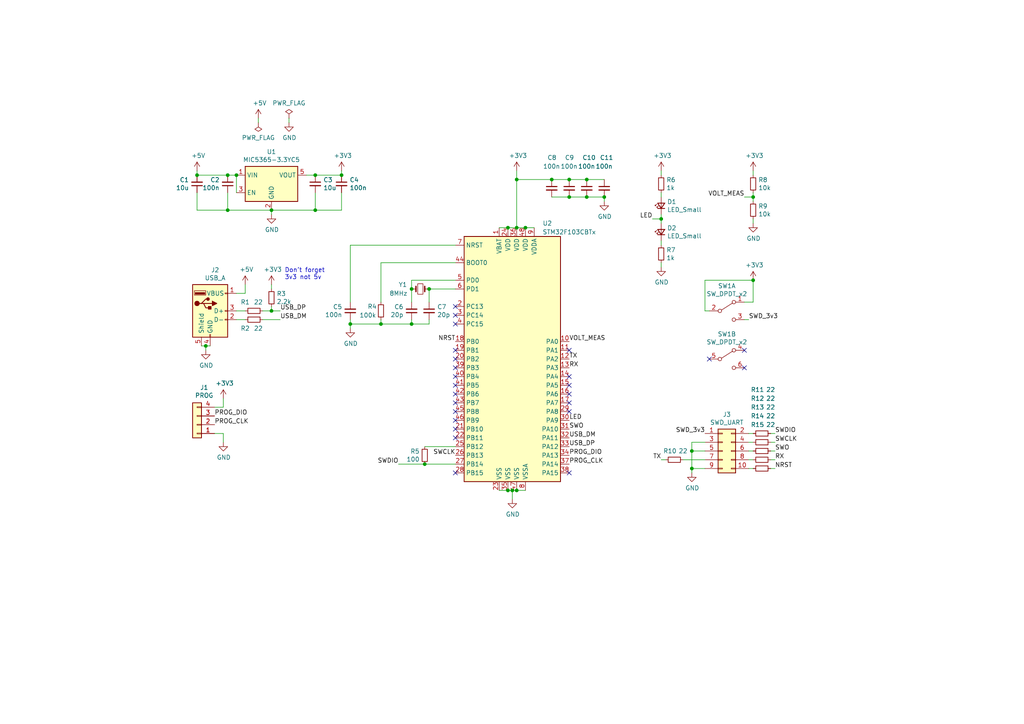
<source format=kicad_sch>
(kicad_sch (version 20211123) (generator eeschema)
  (paper "A4")
  (lib_symbols
    (symbol "Connector:USB_A" (pin_names (offset 1.016))
      (property "Reference" "J" (at -5.08 11.43 0))
      (property "Value" "USB_A" (at -5.08 8.89 0))
      (symbol "USB_A_0_1"
        (rectangle (start -5.08 -7.62) (end 5.08 7.62) (stroke (width 0.254)) (fill (type background)))
        (circle (center -3.81 2.159) (radius 0.635) (stroke (width 0.254)) (fill (type outline)))
        (rectangle (start -1.524 4.826) (end -4.318 5.334) (fill (type outline)))
        (rectangle (start -1.27 4.572) (end -4.572 5.842))
        (circle (center -0.635 3.429) (radius 0.381) (stroke (width 0.254)) (fill (type outline)))
        (rectangle (start -0.127 -7.62) (end 0.127 -6.858))
        (polyline (pts (xy -3.175 2.159) (xy -2.54 2.159) (xy -1.27 3.429) (xy -0.635 3.429)) (stroke (width 0.254)))
        (polyline (pts (xy -2.54 2.159) (xy -1.905 2.159) (xy -1.27 0.889) (xy 0 0.889)) (stroke (width 0.254)))
        (polyline (pts (xy 0.635 2.794) (xy 0.635 1.524) (xy 1.905 2.159) (xy 0.635 2.794)) (stroke (width 0.254)) (fill (type outline)))
        (rectangle (start 0.254 1.27) (end -0.508 0.508) (stroke (width 0.254)) (fill (type outline)))
        (rectangle (start 5.08 -2.667) (end 4.318 -2.413))
        (rectangle (start 5.08 -0.127) (end 4.318 0.127))
        (rectangle (start 5.08 4.953) (end 4.318 5.207))
      )
      (symbol "USB_A_1_1"
        (polyline (pts (xy -1.905 2.159) (xy 0.635 2.159)) (stroke (width 0.254)))
        (pin power_in line (at 7.62 5.08 180) (length 2.54) (name "VBUS") (number "1"))
        (pin bidirectional line (at 7.62 -2.54 180) (length 2.54) (name "D-") (number "2"))
        (pin bidirectional line (at 7.62 0 180) (length 2.54) (name "D+") (number "3"))
        (pin power_in line (at 0 -10.16 90) (length 2.54) (name "GND") (number "4"))
        (pin passive line (at -2.54 -10.16 90) (length 2.54) (name "Shield") (number "5"))
      )
    )
    (symbol "Connector_Generic:Conn_01x04" (pin_names (offset 1.016) hide)
      (property "Reference" "J" (at 0 5.08 0))
      (property "Value" "Conn_01x04" (at 0 -7.62 0))
      (symbol "Conn_01x04_1_1"
        (rectangle (start -1.27 -4.953) (end 0 -5.207) (stroke (width 0.1524)))
        (rectangle (start -1.27 -2.413) (end 0 -2.667) (stroke (width 0.1524)))
        (rectangle (start -1.27 0.127) (end 0 -0.127) (stroke (width 0.1524)))
        (rectangle (start -1.27 2.667) (end 0 2.413) (stroke (width 0.1524)))
        (rectangle (start -1.27 3.81) (end 1.27 -6.35) (stroke (width 0.254)) (fill (type background)))
        (pin passive line (at -5.08 2.54 0) (length 3.81) (name "Pin_1") (number "1"))
        (pin passive line (at -5.08 0 0) (length 3.81) (name "Pin_2") (number "2"))
        (pin passive line (at -5.08 -2.54 0) (length 3.81) (name "Pin_3") (number "3"))
        (pin passive line (at -5.08 -5.08 0) (length 3.81) (name "Pin_4") (number "4"))
      )
    )
    (symbol "Connector_Generic:Conn_02x05_Odd_Even" (pin_names (offset 1.016) hide)
      (property "Reference" "J" (at 1.27 7.62 0))
      (property "Value" "Conn_02x05_Odd_Even" (at 1.27 -7.62 0))
      (symbol "Conn_02x05_Odd_Even_1_1"
        (rectangle (start -1.27 -4.953) (end 0 -5.207) (stroke (width 0.1524)))
        (rectangle (start -1.27 -2.413) (end 0 -2.667) (stroke (width 0.1524)))
        (rectangle (start -1.27 0.127) (end 0 -0.127) (stroke (width 0.1524)))
        (rectangle (start -1.27 2.667) (end 0 2.413) (stroke (width 0.1524)))
        (rectangle (start -1.27 5.207) (end 0 4.953) (stroke (width 0.1524)))
        (rectangle (start -1.27 6.35) (end 3.81 -6.35) (stroke (width 0.254)) (fill (type background)))
        (rectangle (start 3.81 -4.953) (end 2.54 -5.207) (stroke (width 0.1524)))
        (rectangle (start 3.81 -2.413) (end 2.54 -2.667) (stroke (width 0.1524)))
        (rectangle (start 3.81 0.127) (end 2.54 -0.127) (stroke (width 0.1524)))
        (rectangle (start 3.81 2.667) (end 2.54 2.413) (stroke (width 0.1524)))
        (rectangle (start 3.81 5.207) (end 2.54 4.953) (stroke (width 0.1524)))
        (pin passive line (at -5.08 5.08 0) (length 3.81) (name "Pin_1") (number "1"))
        (pin passive line (at 7.62 -5.08 180) (length 3.81) (name "Pin_10") (number "10"))
        (pin passive line (at 7.62 5.08 180) (length 3.81) (name "Pin_2") (number "2"))
        (pin passive line (at -5.08 2.54 0) (length 3.81) (name "Pin_3") (number "3"))
        (pin passive line (at 7.62 2.54 180) (length 3.81) (name "Pin_4") (number "4"))
        (pin passive line (at -5.08 0 0) (length 3.81) (name "Pin_5") (number "5"))
        (pin passive line (at 7.62 0 180) (length 3.81) (name "Pin_6") (number "6"))
        (pin passive line (at -5.08 -2.54 0) (length 3.81) (name "Pin_7") (number "7"))
        (pin passive line (at 7.62 -2.54 180) (length 3.81) (name "Pin_8") (number "8"))
        (pin passive line (at -5.08 -5.08 0) (length 3.81) (name "Pin_9") (number "9"))
      )
    )
    (symbol "Device:C_Small" (pin_numbers hide) (pin_names (offset 0.254) hide)
      (property "Reference" "C" (at 0.254 1.778 0))
      (property "Value" "C_Small" (at 0.254 -2.032 0))
      (symbol "C_Small_0_1"
        (polyline (pts (xy -1.524 -0.508) (xy 1.524 -0.508)) (stroke (width 0.3302)))
        (polyline (pts (xy -1.524 0.508) (xy 1.524 0.508)) (stroke (width 0.3048)))
      )
      (symbol "C_Small_1_1"
        (pin passive line (at 0 2.54 270) (length 2.032) (name "~") (number "1"))
        (pin passive line (at 0 -2.54 90) (length 2.032) (name "~") (number "2"))
      )
    )
    (symbol "Device:Crystal_Small" (pin_numbers hide) (pin_names (offset 1.016) hide)
      (property "Reference" "Y" (at 0 2.54 0))
      (property "Value" "Crystal_Small" (at 0 -2.54 0))
      (symbol "Crystal_Small_0_1"
        (rectangle (start -0.762 -1.524) (end 0.762 1.524))
        (polyline (pts (xy -1.27 -0.762) (xy -1.27 0.762)) (stroke (width 0.381)))
        (polyline (pts (xy 1.27 -0.762) (xy 1.27 0.762)) (stroke (width 0.381)))
      )
      (symbol "Crystal_Small_1_1"
        (pin passive line (at -2.54 0 0) (length 1.27) (name "1") (number "1"))
        (pin passive line (at 2.54 0 180) (length 1.27) (name "2") (number "2"))
      )
    )
    (symbol "Device:LED_Small" (pin_numbers hide) (pin_names (offset 0.254) hide)
      (property "Reference" "D" (at -1.27 3.175 0))
      (property "Value" "LED_Small" (at -4.445 -2.54 0))
      (symbol "LED_Small_0_1"
        (polyline (pts (xy -0.762 -1.016) (xy -0.762 1.016)) (stroke (width 0.254)))
        (polyline (pts (xy 1.016 0) (xy -0.762 0)))
        (polyline (pts (xy 0.762 -1.016) (xy -0.762 0) (xy 0.762 1.016) (xy 0.762 -1.016)) (stroke (width 0.254)))
        (polyline (pts (xy 0 0.762) (xy -0.508 1.27) (xy -0.254 1.27) (xy -0.508 1.27) (xy -0.508 1.016)))
        (polyline (pts (xy 0.508 1.27) (xy 0 1.778) (xy 0.254 1.778) (xy 0 1.778) (xy 0 1.524)))
      )
      (symbol "LED_Small_1_1"
        (pin passive line (at -2.54 0 0) (length 1.778) (name "K") (number "1"))
        (pin passive line (at 2.54 0 180) (length 1.778) (name "A") (number "2"))
      )
    )
    (symbol "Device:R_Small" (pin_numbers hide) (pin_names (offset 0.254) hide)
      (property "Reference" "R" (at 0.762 0.508 0))
      (property "Value" "R_Small" (at 0.762 -1.016 0))
      (symbol "R_Small_0_1"
        (rectangle (start -0.762 1.778) (end 0.762 -1.778) (stroke (width 0.2032)))
      )
      (symbol "R_Small_1_1"
        (pin passive line (at 0 2.54 270) (length 0.762) (name "~") (number "1"))
        (pin passive line (at 0 -2.54 90) (length 0.762) (name "~") (number "2"))
      )
    )
    (symbol "MCU_ST_STM32F1:STM32F103CBTx"
      (property "Reference" "U" (at -15.24 36.83 0))
      (property "Value" "STM32F103CBTx" (at 7.62 36.83 0))
      (symbol "STM32F103CBTx_0_1"
        (rectangle (start -15.24 -35.56) (end 12.7 35.56) (stroke (width 0.254)) (fill (type background)))
      )
      (symbol "STM32F103CBTx_1_1"
        (pin power_in line (at -5.08 38.1 270) (length 2.54) (name "VBAT") (number "1"))
        (pin bidirectional line (at 15.24 5.08 180) (length 2.54) (name "PA0") (number "10"))
        (pin bidirectional line (at 15.24 2.54 180) (length 2.54) (name "PA1") (number "11"))
        (pin bidirectional line (at 15.24 0 180) (length 2.54) (name "PA2") (number "12"))
        (pin bidirectional line (at 15.24 -2.54 180) (length 2.54) (name "PA3") (number "13"))
        (pin bidirectional line (at 15.24 -5.08 180) (length 2.54) (name "PA4") (number "14"))
        (pin bidirectional line (at 15.24 -7.62 180) (length 2.54) (name "PA5") (number "15"))
        (pin bidirectional line (at 15.24 -10.16 180) (length 2.54) (name "PA6") (number "16"))
        (pin bidirectional line (at 15.24 -12.7 180) (length 2.54) (name "PA7") (number "17"))
        (pin bidirectional line (at -17.78 5.08 0) (length 2.54) (name "PB0") (number "18"))
        (pin bidirectional line (at -17.78 2.54 0) (length 2.54) (name "PB1") (number "19"))
        (pin bidirectional line (at -17.78 15.24 0) (length 2.54) (name "PC13") (number "2"))
        (pin bidirectional line (at -17.78 0 0) (length 2.54) (name "PB2") (number "20"))
        (pin bidirectional line (at -17.78 -20.32 0) (length 2.54) (name "PB10") (number "21"))
        (pin bidirectional line (at -17.78 -22.86 0) (length 2.54) (name "PB11") (number "22"))
        (pin power_in line (at -5.08 -38.1 90) (length 2.54) (name "VSS") (number "23"))
        (pin power_in line (at -2.54 38.1 270) (length 2.54) (name "VDD") (number "24"))
        (pin bidirectional line (at -17.78 -25.4 0) (length 2.54) (name "PB12") (number "25"))
        (pin bidirectional line (at -17.78 -27.94 0) (length 2.54) (name "PB13") (number "26"))
        (pin bidirectional line (at -17.78 -30.48 0) (length 2.54) (name "PB14") (number "27"))
        (pin bidirectional line (at -17.78 -33.02 0) (length 2.54) (name "PB15") (number "28"))
        (pin bidirectional line (at 15.24 -15.24 180) (length 2.54) (name "PA8") (number "29"))
        (pin bidirectional line (at -17.78 12.7 0) (length 2.54) (name "PC14") (number "3"))
        (pin bidirectional line (at 15.24 -17.78 180) (length 2.54) (name "PA9") (number "30"))
        (pin bidirectional line (at 15.24 -20.32 180) (length 2.54) (name "PA10") (number "31"))
        (pin bidirectional line (at 15.24 -22.86 180) (length 2.54) (name "PA11") (number "32"))
        (pin bidirectional line (at 15.24 -25.4 180) (length 2.54) (name "PA12") (number "33"))
        (pin bidirectional line (at 15.24 -27.94 180) (length 2.54) (name "PA13") (number "34"))
        (pin power_in line (at -2.54 -38.1 90) (length 2.54) (name "VSS") (number "35"))
        (pin power_in line (at 0 38.1 270) (length 2.54) (name "VDD") (number "36"))
        (pin bidirectional line (at 15.24 -30.48 180) (length 2.54) (name "PA14") (number "37"))
        (pin bidirectional line (at 15.24 -33.02 180) (length 2.54) (name "PA15") (number "38"))
        (pin bidirectional line (at -17.78 -2.54 0) (length 2.54) (name "PB3") (number "39"))
        (pin bidirectional line (at -17.78 10.16 0) (length 2.54) (name "PC15") (number "4"))
        (pin bidirectional line (at -17.78 -5.08 0) (length 2.54) (name "PB4") (number "40"))
        (pin bidirectional line (at -17.78 -7.62 0) (length 2.54) (name "PB5") (number "41"))
        (pin bidirectional line (at -17.78 -10.16 0) (length 2.54) (name "PB6") (number "42"))
        (pin bidirectional line (at -17.78 -12.7 0) (length 2.54) (name "PB7") (number "43"))
        (pin input line (at -17.78 27.94 0) (length 2.54) (name "BOOT0") (number "44"))
        (pin bidirectional line (at -17.78 -15.24 0) (length 2.54) (name "PB8") (number "45"))
        (pin bidirectional line (at -17.78 -17.78 0) (length 2.54) (name "PB9") (number "46"))
        (pin power_in line (at 0 -38.1 90) (length 2.54) (name "VSS") (number "47"))
        (pin power_in line (at 2.54 38.1 270) (length 2.54) (name "VDD") (number "48"))
        (pin input line (at -17.78 22.86 0) (length 2.54) (name "PD0") (number "5"))
        (pin input line (at -17.78 20.32 0) (length 2.54) (name "PD1") (number "6"))
        (pin input line (at -17.78 33.02 0) (length 2.54) (name "NRST") (number "7"))
        (pin power_in line (at 2.54 -38.1 90) (length 2.54) (name "VSSA") (number "8"))
        (pin power_in line (at 5.08 38.1 270) (length 2.54) (name "VDDA") (number "9"))
      )
    )
    (symbol "Regulator_Linear:MIC5365-3.3YC5"
      (property "Reference" "U" (at -6.35 6.35 0))
      (property "Value" "MIC5365-3.3YC5" (at 0 6.35 0))
      (symbol "MIC5365-3.3YC5_0_1"
        (rectangle (start -7.62 -5.08) (end 7.62 5.08) (stroke (width 0.254)) (fill (type background)))
      )
      (symbol "MIC5365-3.3YC5_1_1"
        (pin power_in line (at -10.16 2.54 0) (length 2.54) (name "VIN") (number "1"))
        (pin power_in line (at 0 -7.62 90) (length 2.54) (name "GND") (number "2"))
        (pin input line (at -10.16 -2.54 0) (length 2.54) (name "EN") (number "3"))
        (pin no_connect line (at 7.62 -2.54 180) (length 2.54) hide (name "NC") (number "4"))
        (pin power_out line (at 10.16 2.54 180) (length 2.54) (name "VOUT") (number "5"))
      )
    )
    (symbol "Switch:SW_DPDT_x2" (pin_names (offset 0) hide)
      (property "Reference" "SW" (at 0 4.318 0))
      (property "Value" "SW_DPDT_x2" (at 0 -5.08 0))
      (symbol "SW_DPDT_x2_0_0"
        (circle (center -2.032 0) (radius 0.508))
        (circle (center 2.032 -2.54) (radius 0.508))
      )
      (symbol "SW_DPDT_x2_0_1"
        (polyline (pts (xy -1.524 0.254) (xy 1.651 2.286)))
        (circle (center 2.032 2.54) (radius 0.508))
      )
      (symbol "SW_DPDT_x2_1_1"
        (pin passive line (at 5.08 2.54 180) (length 2.54) (name "A") (number "1"))
        (pin passive line (at -5.08 0 0) (length 2.54) (name "B") (number "2"))
        (pin passive line (at 5.08 -2.54 180) (length 2.54) (name "C") (number "3"))
      )
      (symbol "SW_DPDT_x2_2_1"
        (pin passive line (at 5.08 2.54 180) (length 2.54) (name "A") (number "4"))
        (pin passive line (at -5.08 0 0) (length 2.54) (name "B") (number "5"))
        (pin passive line (at 5.08 -2.54 180) (length 2.54) (name "C") (number "6"))
      )
    )
    (symbol "power:+3V3" (power) (pin_names (offset 0))
      (property "Value" "+3V3" (at 0 3.556 0))
      (symbol "+3V3_0_1"
        (polyline (pts (xy -0.762 1.27) (xy 0 2.54)))
        (polyline (pts (xy 0 0) (xy 0 2.54)))
        (polyline (pts (xy 0 2.54) (xy 0.762 1.27)))
      )
      (symbol "+3V3_1_1"
        (pin power_in line (at 0 0 90) (length 0) hide (name "+3V3") (number "1"))
      )
    )
    (symbol "power:+5V" (power) (pin_names (offset 0))
      (property "Value" "+5V" (at 0 3.556 0))
      (symbol "+5V_0_1"
        (polyline (pts (xy -0.762 1.27) (xy 0 2.54)))
        (polyline (pts (xy 0 0) (xy 0 2.54)))
        (polyline (pts (xy 0 2.54) (xy 0.762 1.27)))
      )
      (symbol "+5V_1_1"
        (pin power_in line (at 0 0 90) (length 0) hide (name "+5V") (number "1"))
      )
    )
    (symbol "power:GND" (power) (pin_names (offset 0))
      (property "Value" "GND" (at 0 -3.81 0))
      (symbol "GND_0_1"
        (polyline (pts (xy 0 0) (xy 0 -1.27) (xy 1.27 -1.27) (xy 0 -2.54) (xy -1.27 -1.27) (xy 0 -1.27)))
      )
      (symbol "GND_1_1"
        (pin power_in line (at 0 0 270) (length 0) hide (name "GND") (number "1"))
      )
    )
    (symbol "power:PWR_FLAG" (power) (pin_numbers hide) (pin_names (offset 0) hide)
      (property "Value" "PWR_FLAG" (at 0 3.81 0))
      (symbol "PWR_FLAG_0_0"
        (pin power_out line (at 0 0 90) (length 0) (name "pwr") (number "1"))
      )
      (symbol "PWR_FLAG_0_1"
        (polyline (pts (xy 0 0) (xy 0 1.27) (xy -1.016 1.905) (xy 0 2.54) (xy 1.016 1.905) (xy 0 1.27)))
      )
    )
  )
  (junction (at 78.74 90.17))
  (junction (at 149.86 142.24))
  (junction (at 200.66 135.89))
  (junction (at 191.77 63.5))
  (junction (at 149.86 52.07))
  (junction (at 175.26 57.15))
  (junction (at 149.86 66.04))
  (junction (at 68.58 50.8))
  (junction (at 101.6 93.98))
  (junction (at 66.04 60.96))
  (junction (at 78.74 60.96))
  (junction (at 160.02 52.07))
  (junction (at 218.44 81.28))
  (junction (at 147.32 142.24))
  (junction (at 110.49 93.98))
  (junction (at 147.32 66.04))
  (junction (at 99.06 50.8))
  (junction (at 218.44 57.15))
  (junction (at 170.18 57.15))
  (junction (at 66.04 50.8))
  (junction (at 119.38 83.82))
  (junction (at 165.1 52.07))
  (junction (at 123.19 134.62))
  (junction (at 119.38 93.98))
  (junction (at 170.18 52.07))
  (junction (at 59.69 100.33))
  (junction (at 148.59 142.24))
  (junction (at 124.46 83.82))
  (junction (at 200.66 130.81))
  (junction (at 152.4 66.04))
  (junction (at 91.44 50.8))
  (junction (at 91.44 60.96))
  (junction (at 165.1 57.15))
  (junction (at 57.15 50.8))
  (no_connect (at 132.08 93.98))
  (no_connect (at 132.08 101.6))
  (no_connect (at 132.08 116.84))
  (no_connect (at 165.1 111.76))
  (no_connect (at 132.08 109.22))
  (no_connect (at 165.1 114.3))
  (no_connect (at 165.1 137.16))
  (no_connect (at 132.08 121.92))
  (no_connect (at 132.08 91.44))
  (no_connect (at 132.08 119.38))
  (no_connect (at 132.08 88.9))
  (no_connect (at 215.9 101.6))
  (no_connect (at 132.08 114.3))
  (no_connect (at 132.08 124.46))
  (no_connect (at 132.08 111.76))
  (no_connect (at 132.08 104.14))
  (no_connect (at 132.08 106.68))
  (no_connect (at 165.1 116.84))
  (no_connect (at 165.1 109.22))
  (no_connect (at 132.08 127))
  (no_connect (at 205.74 104.14))
  (no_connect (at 165.1 119.38))
  (no_connect (at 215.9 106.68))
  (no_connect (at 132.08 137.16))
  (no_connect (at 165.1 101.6))
  (wire (pts (xy 144.78 142.24) (xy 147.32 142.24)))
  (wire (pts (xy 132.08 71.12) (xy 101.6 71.12)))
  (wire (pts (xy 200.66 130.81) (xy 204.47 130.81)))
  (wire (pts (xy 132.08 134.62) (xy 123.19 134.62)))
  (wire (pts (xy 149.86 66.04) (xy 152.4 66.04)))
  (wire (pts (xy 101.6 92.71) (xy 101.6 93.98)))
  (wire (pts (xy 191.77 133.35) (xy 193.04 133.35)))
  (wire (pts (xy 66.04 60.96) (xy 78.74 60.96)))
  (wire (pts (xy 57.15 49.53) (xy 57.15 50.8)))
  (wire (pts (xy 74.93 34.29) (xy 74.93 35.56)))
  (wire (pts (xy 110.49 93.98) (xy 119.38 93.98)))
  (wire (pts (xy 78.74 60.96) (xy 91.44 60.96)))
  (wire (pts (xy 124.46 83.82) (xy 124.46 87.63)))
  (wire (pts (xy 119.38 93.98) (xy 124.46 93.98)))
  (wire (pts (xy 191.77 62.23) (xy 191.77 63.5)))
  (wire (pts (xy 101.6 71.12) (xy 101.6 87.63)))
  (wire (pts (xy 64.77 118.11) (xy 64.77 115.57)))
  (wire (pts (xy 204.47 81.28) (xy 218.44 81.28)))
  (wire (pts (xy 223.52 135.89) (xy 224.79 135.89)))
  (wire (pts (xy 78.74 88.9) (xy 78.74 90.17)))
  (wire (pts (xy 217.17 130.81) (xy 218.44 130.81)))
  (wire (pts (xy 110.49 92.71) (xy 110.49 93.98)))
  (wire (pts (xy 99.06 49.53) (xy 99.06 50.8)))
  (wire (pts (xy 132.08 81.28) (xy 119.38 81.28)))
  (wire (pts (xy 200.66 128.27) (xy 200.66 130.81)))
  (wire (pts (xy 175.26 52.07) (xy 170.18 52.07)))
  (wire (pts (xy 64.77 125.73) (xy 64.77 128.27)))
  (wire (pts (xy 148.59 144.78) (xy 148.59 142.24)))
  (wire (pts (xy 218.44 81.28) (xy 218.44 87.63)))
  (wire (pts (xy 58.42 100.33) (xy 59.69 100.33)))
  (wire (pts (xy 91.44 55.88) (xy 91.44 60.96)))
  (wire (pts (xy 149.86 52.07) (xy 149.86 66.04)))
  (wire (pts (xy 191.77 49.53) (xy 191.77 50.8)))
  (wire (pts (xy 68.58 55.88) (xy 68.58 50.8)))
  (wire (pts (xy 189.23 63.5) (xy 191.77 63.5)))
  (wire (pts (xy 110.49 76.2) (xy 110.49 87.63)))
  (wire (pts (xy 175.26 58.42) (xy 175.26 57.15)))
  (wire (pts (xy 165.1 57.15) (xy 170.18 57.15)))
  (wire (pts (xy 170.18 52.07) (xy 165.1 52.07)))
  (wire (pts (xy 124.46 93.98) (xy 124.46 92.71)))
  (wire (pts (xy 223.52 125.73) (xy 224.79 125.73)))
  (wire (pts (xy 91.44 50.8) (xy 99.06 50.8)))
  (wire (pts (xy 132.08 83.82) (xy 124.46 83.82)))
  (wire (pts (xy 218.44 57.15) (xy 218.44 55.88)))
  (wire (pts (xy 57.15 60.96) (xy 66.04 60.96)))
  (wire (pts (xy 62.23 118.11) (xy 64.77 118.11)))
  (wire (pts (xy 191.77 63.5) (xy 191.77 64.77)))
  (wire (pts (xy 78.74 62.23) (xy 78.74 60.96)))
  (wire (pts (xy 57.15 55.88) (xy 57.15 60.96)))
  (wire (pts (xy 218.44 63.5) (xy 218.44 64.77)))
  (wire (pts (xy 191.77 76.2) (xy 191.77 77.47)))
  (wire (pts (xy 119.38 81.28) (xy 119.38 83.82)))
  (wire (pts (xy 217.17 135.89) (xy 218.44 135.89)))
  (wire (pts (xy 191.77 55.88) (xy 191.77 57.15)))
  (wire (pts (xy 204.47 90.17) (xy 204.47 81.28)))
  (wire (pts (xy 165.1 52.07) (xy 160.02 52.07)))
  (wire (pts (xy 66.04 55.88) (xy 66.04 60.96)))
  (wire (pts (xy 223.52 130.81) (xy 224.79 130.81)))
  (wire (pts (xy 115.57 134.62) (xy 123.19 134.62)))
  (wire (pts (xy 132.08 76.2) (xy 110.49 76.2)))
  (wire (pts (xy 218.44 87.63) (xy 215.9 87.63)))
  (wire (pts (xy 204.47 128.27) (xy 200.66 128.27)))
  (wire (pts (xy 217.17 125.73) (xy 218.44 125.73)))
  (wire (pts (xy 62.23 125.73) (xy 64.77 125.73)))
  (wire (pts (xy 144.78 66.04) (xy 147.32 66.04)))
  (wire (pts (xy 218.44 50.8) (xy 218.44 49.53)))
  (wire (pts (xy 119.38 83.82) (xy 119.38 87.63)))
  (wire (pts (xy 160.02 52.07) (xy 149.86 52.07)))
  (wire (pts (xy 78.74 82.55) (xy 78.74 83.82)))
  (wire (pts (xy 148.59 142.24) (xy 149.86 142.24)))
  (wire (pts (xy 101.6 95.25) (xy 101.6 93.98)))
  (wire (pts (xy 200.66 135.89) (xy 200.66 130.81)))
  (wire (pts (xy 223.52 133.35) (xy 224.79 133.35)))
  (wire (pts (xy 152.4 66.04) (xy 154.94 66.04)))
  (wire (pts (xy 217.17 128.27) (xy 218.44 128.27)))
  (wire (pts (xy 66.04 50.8) (xy 57.15 50.8)))
  (wire (pts (xy 215.9 92.71) (xy 217.17 92.71)))
  (wire (pts (xy 205.74 90.17) (xy 204.47 90.17)))
  (wire (pts (xy 68.58 50.8) (xy 66.04 50.8)))
  (wire (pts (xy 71.12 90.17) (xy 68.58 90.17)))
  (wire (pts (xy 198.12 133.35) (xy 204.47 133.35)))
  (wire (pts (xy 99.06 60.96) (xy 99.06 55.88)))
  (wire (pts (xy 218.44 58.42) (xy 218.44 57.15)))
  (wire (pts (xy 147.32 142.24) (xy 148.59 142.24)))
  (wire (pts (xy 88.9 50.8) (xy 91.44 50.8)))
  (wire (pts (xy 218.44 133.35) (xy 217.17 133.35)))
  (wire (pts (xy 215.9 57.15) (xy 218.44 57.15)))
  (wire (pts (xy 160.02 57.15) (xy 165.1 57.15)))
  (wire (pts (xy 68.58 85.09) (xy 71.12 85.09)))
  (wire (pts (xy 71.12 85.09) (xy 71.12 82.55)))
  (wire (pts (xy 204.47 135.89) (xy 200.66 135.89)))
  (wire (pts (xy 149.86 49.53) (xy 149.86 52.07)))
  (wire (pts (xy 76.2 92.71) (xy 81.28 92.71)))
  (wire (pts (xy 68.58 92.71) (xy 71.12 92.71)))
  (wire (pts (xy 123.19 129.54) (xy 132.08 129.54)))
  (wire (pts (xy 101.6 93.98) (xy 110.49 93.98)))
  (wire (pts (xy 191.77 69.85) (xy 191.77 71.12)))
  (wire (pts (xy 59.69 101.6) (xy 59.69 100.33)))
  (wire (pts (xy 83.82 34.29) (xy 83.82 35.56)))
  (wire (pts (xy 149.86 142.24) (xy 152.4 142.24)))
  (wire (pts (xy 59.69 100.33) (xy 60.96 100.33)))
  (wire (pts (xy 147.32 66.04) (xy 149.86 66.04)))
  (wire (pts (xy 223.52 128.27) (xy 224.79 128.27)))
  (wire (pts (xy 170.18 57.15) (xy 175.26 57.15)))
  (wire (pts (xy 78.74 90.17) (xy 81.28 90.17)))
  (wire (pts (xy 200.66 137.16) (xy 200.66 135.89)))
  (wire (pts (xy 76.2 90.17) (xy 78.74 90.17)))
  (wire (pts (xy 119.38 92.71) (xy 119.38 93.98)))
  (wire (pts (xy 91.44 60.96) (xy 99.06 60.96)))
  (text "Don’t forget \n3v3 not 5v" (at 82.55 81.28 0) (effects (font (size 1.27 1.27)) (justify left bottom)))
  (label "SWCLK" (at 132.08 132.08 180))
  (label "USB_DM" (at 81.28 92.71 0))
  (label "SWDIO" (at 224.79 125.73 0))
  (label "TX" (at 191.77 133.35 180))
  (label "SWD_3v3" (at 204.47 125.73 180))
  (label "PROG_DIO" (at 165.1 132.08 0))
  (label "PROG_DIO" (at 62.23 120.65 0))
  (label "SWD_3v3" (at 217.17 92.71 0))
  (label "USB_DM" (at 165.1 127 0))
  (label "LED" (at 165.1 121.92 0))
  (label "USB_DP" (at 81.28 90.17 0))
  (label "SWO" (at 165.1 124.46 0))
  (label "NRST" (at 224.79 135.89 0))
  (label "SWO" (at 224.79 130.81 0))
  (label "USB_DP" (at 165.1 129.54 0))
  (label "TX" (at 165.1 104.14 0))
  (label "SWCLK" (at 224.79 128.27 0))
  (label "VOLT_MEAS" (at 165.1 99.06 0))
  (label "PROG_CLK" (at 62.23 123.19 0))
  (label "RX" (at 165.1 106.68 0))
  (label "NRST" (at 132.08 99.06 180))
  (label "SWDIO" (at 115.57 134.62 180))
  (label "LED" (at 189.23 63.5 180))
  (label "VOLT_MEAS" (at 215.9 57.15 180))
  (label "PROG_CLK" (at 165.1 134.62 0))
  (label "RX" (at 224.79 133.35 0))
  (symbol (lib_id "MCU_ST_STM32F1:STM32F103CBTx") (at 149.86 104.14 0) (unit 1)
    (property "Reference" "U2" (at 158.75 64.77 0))
    (property "Value" "STM32F103CBTx" (at 165.1 67.31 0))
    (property "Footprint" "Package_QFP:LQFP-48_7x7mm_P0.5mm" (effects hide))
    (property "Datasheet" "http://www.st.com/st-web-ui/static/active/en/resource/technical/document/datasheet/CD00161566.pdf" (effects hide))
  )
  (symbol (lib_id "Device:R_Small") (at 220.98 125.73 270) (unit 1)
    (property "Reference" "R11" (at 219.71 113.03 90))
    (property "Value" "22" (at 223.52 113.03 90))
    (property "Footprint" "Resistor_SMD:R_0603_1608Metric" (effects hide))
  )
  (symbol (lib_id "Device:R_Small") (at 195.58 133.35 270) (unit 1)
    (property "Reference" "R10" (at 194.31 130.81 90))
    (property "Value" "22" (at 198.12 130.81 90))
    (property "Footprint" "Resistor_SMD:R_0603_1608Metric" (effects hide))
  )
  (symbol (lib_id "Device:R_Small") (at 220.98 128.27 270) (unit 1)
    (property "Reference" "R12" (at 219.71 115.57 90))
    (property "Value" "22" (at 223.52 115.57 90))
    (property "Footprint" "Resistor_SMD:R_0603_1608Metric" (effects hide))
  )
  (symbol (lib_id "Device:R_Small") (at 220.98 130.81 270) (unit 1)
    (property "Reference" "R13" (at 219.71 118.11 90))
    (property "Value" "22" (at 223.52 118.11 90))
    (property "Footprint" "Resistor_SMD:R_0603_1608Metric" (effects hide))
  )
  (symbol (lib_id "Device:R_Small") (at 220.98 133.35 270) (unit 1)
    (property "Reference" "R14" (at 219.71 120.65 90))
    (property "Value" "22" (at 223.52 120.65 90))
    (property "Footprint" "Resistor_SMD:R_0603_1608Metric" (effects hide))
  )
  (symbol (lib_id "Device:R_Small") (at 220.98 135.89 270) (unit 1)
    (property "Reference" "R15" (at 219.71 123.19 90))
    (property "Value" "22" (at 223.52 123.19 90))
    (property "Footprint" "Resistor_SMD:R_0603_1608Metric" (effects hide))
  )
  (symbol (lib_id "power:GND") (at 148.59 144.78 0) (unit 1)
    (property "Reference" "#PWR0101" (effects hide))
    (property "Value" "GND" (at 148.717 149.1742 0))
  )
  (symbol (lib_id "power:+3V3") (at 149.86 49.53 0) (unit 1)
    (property "Reference" "#PWR0102" (effects hide))
    (property "Value" "+3V3" (at 150.241 45.1358 0))
  )
  (symbol (lib_id "Device:C_Small") (at 160.02 54.61 0) (unit 1)
    (property "Reference" "C8" (at 158.75 45.72 0) (effects (justify left)))
    (property "Value" "100n" (at 157.48 48.26 0) (effects (justify left)))
    (property "Footprint" "Capacitor_SMD:C_0603_1608Metric" (effects hide))
  )
  (symbol (lib_id "Device:C_Small") (at 165.1 54.61 0) (unit 1)
    (property "Reference" "C9" (at 163.83 45.72 0) (effects (justify left)))
    (property "Value" "100n" (at 162.56 48.26 0) (effects (justify left)))
    (property "Footprint" "Capacitor_SMD:C_0603_1608Metric" (effects hide))
  )
  (symbol (lib_id "Device:C_Small") (at 170.18 54.61 0) (unit 1)
    (property "Reference" "C10" (at 168.91 45.72 0) (effects (justify left)))
    (property "Value" "100n" (at 167.64 48.26 0) (effects (justify left)))
    (property "Footprint" "Capacitor_SMD:C_0603_1608Metric" (effects hide))
  )
  (symbol (lib_id "Device:C_Small") (at 175.26 54.61 0) (unit 1)
    (property "Reference" "C11" (at 173.99 45.72 0) (effects (justify left)))
    (property "Value" "100n" (at 172.72 48.26 0) (effects (justify left)))
    (property "Footprint" "Capacitor_SMD:C_0603_1608Metric" (effects hide))
  )
  (symbol (lib_id "power:GND") (at 175.26 58.42 0) (unit 1)
    (property "Reference" "#PWR0103" (effects hide))
    (property "Value" "GND" (at 175.387 62.8142 0))
  )
  (symbol (lib_id "Device:R_Small") (at 110.49 90.17 0) (unit 1)
    (property "Reference" "R4" (at 107.95 88.9 0))
    (property "Value" "100k" (at 106.68 91.44 0))
    (property "Footprint" "Resistor_SMD:R_0603_1608Metric" (effects hide))
  )
  (symbol (lib_id "Device:C_Small") (at 101.6 90.17 0) (mirror x) (unit 1)
    (property "Reference" "C5" (at 99.2632 89.0016 0) (effects (justify right)))
    (property "Value" "100n" (at 99.2632 91.313 0) (effects (justify right)))
    (property "Footprint" "Capacitor_SMD:C_0603_1608Metric" (effects hide))
  )
  (symbol (lib_id "power:+3V3") (at 78.74 82.55 0) (unit 1)
    (property "Reference" "#PWR?" (effects hide))
    (property "Value" "+3V3" (at 79.121 78.1558 0))
  )
  (symbol (lib_id "Device:C_Small") (at 124.46 90.17 0) (unit 1)
    (property "Reference" "C7" (at 126.7968 89.0016 0) (effects (justify left)))
    (property "Value" "20p" (at 126.7968 91.313 0) (effects (justify left)))
    (property "Footprint" "Capacitor_SMD:C_0603_1608Metric" (effects hide))
  )
  (symbol (lib_id "Device:C_Small") (at 119.38 90.17 0) (mirror x) (unit 1)
    (property "Reference" "C6" (at 117.0432 89.0016 0) (effects (justify right)))
    (property "Value" "20p" (at 117.0432 91.313 0) (effects (justify right)))
    (property "Footprint" "Capacitor_SMD:C_0603_1608Metric" (effects hide))
  )
  (symbol (lib_id "Device:Crystal_Small") (at 121.92 83.82 0) (unit 1)
    (property "Reference" "Y1" (at 116.84 82.55 0))
    (property "Value" "8MHz" (at 115.57 85.09 0))
    (property "Footprint" "Crystal:Crystal_SMD_5032-2Pin_5.0x3.2mm" (effects hide))
  )
  (symbol (lib_id "power:GND") (at 101.6 95.25 0) (unit 1)
    (property "Reference" "#PWR0104" (effects hide))
    (property "Value" "GND" (at 101.727 99.6442 0))
  )
  (symbol (lib_id "Device:R_Small") (at 123.19 132.08 0) (mirror x) (unit 1)
    (property "Reference" "R5" (at 121.7168 130.9116 0) (effects (justify right)))
    (property "Value" "100" (at 121.7168 133.223 0) (effects (justify right)))
    (property "Footprint" "Resistor_SMD:R_0603_1608Metric" (effects hide))
  )
  (symbol (lib_id "Regulator_Linear:MIC5365-3.3YC5") (at 78.74 53.34 0) (unit 1)
    (property "Reference" "U1" (at 78.74 44.0182 0))
    (property "Value" "MIC5365-3.3YC5" (at 78.74 46.3296 0))
    (property "Footprint" "Package_TO_SOT_SMD:SOT-353_SC-70-5" (effects hide))
    (property "Datasheet" "http://ww1.microchip.com/downloads/en/DeviceDoc/mic5365.pdf" (effects hide))
  )
  (symbol (lib_id "Device:C_Small") (at 57.15 53.34 0) (mirror x) (unit 1)
    (property "Reference" "C1" (at 54.8132 52.1716 0) (effects (justify right)))
    (property "Value" "10u" (at 54.8132 54.483 0) (effects (justify right)))
    (property "Footprint" "Capacitor_SMD:C_0805_2012Metric" (effects hide))
  )
  (symbol (lib_id "Device:C_Small") (at 66.04 53.34 0) (mirror x) (unit 1)
    (property "Reference" "C2" (at 63.7032 52.1716 0) (effects (justify right)))
    (property "Value" "100n" (at 63.7032 54.483 0) (effects (justify right)))
    (property "Footprint" "Capacitor_SMD:C_0603_1608Metric" (effects hide))
  )
  (symbol (lib_id "Device:C_Small") (at 91.44 53.34 0) (unit 1)
    (property "Reference" "C3" (at 93.7768 52.1716 0) (effects (justify left)))
    (property "Value" "10u" (at 93.7768 54.483 0) (effects (justify left)))
    (property "Footprint" "Capacitor_SMD:C_0805_2012Metric" (effects hide))
  )
  (symbol (lib_id "Device:C_Small") (at 99.06 53.34 0) (unit 1)
    (property "Reference" "C4" (at 101.3968 52.1716 0) (effects (justify left)))
    (property "Value" "100n" (at 101.3968 54.483 0) (effects (justify left)))
    (property "Footprint" "Capacitor_SMD:C_0603_1608Metric" (effects hide))
  )
  (symbol (lib_id "power:+5V") (at 57.15 49.53 0) (unit 1)
    (property "Reference" "#PWR0105" (effects hide))
    (property "Value" "+5V" (at 57.531 45.1358 0))
  )
  (symbol (lib_id "power:+3V3") (at 99.06 49.53 0) (unit 1)
    (property "Reference" "#PWR0106" (effects hide))
    (property "Value" "+3V3" (at 99.441 45.1358 0))
  )
  (symbol (lib_id "power:GND") (at 78.74 62.23 0) (unit 1)
    (property "Reference" "#PWR0107" (effects hide))
    (property "Value" "GND" (at 78.867 66.6242 0))
  )
  (symbol (lib_id "power:+5V") (at 71.12 82.55 0) (unit 1)
    (property "Reference" "#PWR0108" (effects hide))
    (property "Value" "+5V" (at 71.501 78.1558 0))
  )
  (symbol (lib_id "power:GND") (at 59.69 101.6 0) (unit 1)
    (property "Reference" "#PWR0109" (effects hide))
    (property "Value" "GND" (at 59.817 105.9942 0))
  )
  (symbol (lib_id "Device:R_Small") (at 73.66 90.17 270) (unit 1)
    (property "Reference" "R1" (at 71.12 87.63 90))
    (property "Value" "22" (at 74.93 87.63 90))
    (property "Footprint" "Resistor_SMD:R_0603_1608Metric" (effects hide))
  )
  (symbol (lib_id "Device:R_Small") (at 73.66 92.71 270) (unit 1)
    (property "Reference" "R2" (at 71.12 95.25 90))
    (property "Value" "22" (at 74.93 95.25 90))
    (property "Footprint" "Resistor_SMD:R_0603_1608Metric" (effects hide))
  )
  (symbol (lib_id "Device:R_Small") (at 78.74 86.36 0) (unit 1)
    (property "Reference" "R3" (at 80.2386 85.1916 0) (effects (justify left)))
    (property "Value" "2.2k" (at 80.2386 87.503 0) (effects (justify left)))
    (property "Footprint" "Resistor_SMD:R_0603_1608Metric" (effects hide))
  )
  (symbol (lib_id "Connector_Generic:Conn_01x04") (at 57.15 123.19 180) (unit 1)
    (property "Reference" "J1" (at 59.2328 112.395 0))
    (property "Value" "PROG" (at 59.2328 114.7064 0))
    (property "Footprint" "Connector_PinHeader_2.54mm:PinHeader_1x04_P2.54mm_Vertical" (effects hide))
  )
  (symbol (lib_id "power:+3V3") (at 64.77 115.57 0) (unit 1)
    (property "Reference" "#PWR0111" (effects hide))
    (property "Value" "+3V3" (at 65.151 111.1758 0))
  )
  (symbol (lib_id "power:GND") (at 64.77 128.27 0) (unit 1)
    (property "Reference" "#PWR0112" (effects hide))
    (property "Value" "GND" (at 64.897 132.6642 0))
  )
  (symbol (lib_id "Connector:USB_A") (at 60.96 90.17 0) (unit 1)
    (property "Reference" "J2" (at 62.4078 78.3082 0))
    (property "Value" "USB_A" (at 62.4078 80.6196 0))
    (property "Footprint" "Connector_USB:USB_A_CNCTech_1001-011-01101_Horizontal" (effects hide))
    (property "Datasheet" " ~" (effects hide))
  )
  (symbol (lib_id "Device:R_Small") (at 218.44 53.34 0) (unit 1)
    (property "Reference" "R8" (at 219.9386 52.1716 0) (effects (justify left)))
    (property "Value" "10k" (at 219.9386 54.483 0) (effects (justify left)))
    (property "Footprint" "Resistor_SMD:R_0603_1608Metric" (effects hide))
  )
  (symbol (lib_id "Device:R_Small") (at 218.44 60.96 0) (unit 1)
    (property "Reference" "R9" (at 219.9386 59.7916 0) (effects (justify left)))
    (property "Value" "10k" (at 219.9386 62.103 0) (effects (justify left)))
    (property "Footprint" "Resistor_SMD:R_0603_1608Metric" (effects hide))
  )
  (symbol (lib_id "power:GND") (at 218.44 64.77 0) (unit 1)
    (property "Reference" "#PWR0113" (effects hide))
    (property "Value" "GND" (at 218.567 69.1642 0))
  )
  (symbol (lib_id "power:+3V3") (at 218.44 49.53 0) (unit 1)
    (property "Reference" "#PWR0114" (effects hide))
    (property "Value" "+3V3" (at 218.821 45.1358 0))
  )
  (symbol (lib_id "Device:LED_Small") (at 191.77 59.69 90) (unit 1)
    (property "Reference" "D1" (at 193.4972 58.5216 90) (effects (justify right)))
    (property "Value" "LED_Small" (at 193.4972 60.833 90) (effects (justify right)))
    (property "Footprint" "LED_SMD:LED_0603_1608Metric" (effects hide))
  )
  (symbol (lib_id "Device:LED_Small") (at 191.77 67.31 90) (unit 1)
    (property "Reference" "D2" (at 193.4972 66.1416 90) (effects (justify right)))
    (property "Value" "LED_Small" (at 193.4972 68.453 90) (effects (justify right)))
    (property "Footprint" "LED_SMD:LED_0603_1608Metric" (effects hide))
  )
  (symbol (lib_id "Device:R_Small") (at 191.77 53.34 0) (unit 1)
    (property "Reference" "R6" (at 193.2686 52.1716 0) (effects (justify left)))
    (property "Value" "1k" (at 193.2686 54.483 0) (effects (justify left)))
    (property "Footprint" "Resistor_SMD:R_0603_1608Metric" (effects hide))
  )
  (symbol (lib_id "Device:R_Small") (at 191.77 73.66 0) (unit 1)
    (property "Reference" "R7" (at 193.2686 72.4916 0) (effects (justify left)))
    (property "Value" "1k" (at 193.2686 74.803 0) (effects (justify left)))
    (property "Footprint" "Resistor_SMD:R_0603_1608Metric" (effects hide))
  )
  (symbol (lib_id "power:+3V3") (at 191.77 49.53 0) (unit 1)
    (property "Reference" "#PWR0116" (effects hide))
    (property "Value" "+3V3" (at 192.151 45.1358 0))
  )
  (symbol (lib_id "power:GND") (at 191.77 77.47 0) (unit 1)
    (property "Reference" "#PWR0115" (effects hide))
    (property "Value" "GND" (at 191.897 81.8642 0))
  )
  (symbol (lib_id "Connector_Generic:Conn_02x05_Odd_Even") (at 209.55 130.81 0) (unit 1)
    (property "Reference" "J3" (at 210.82 120.2182 0))
    (property "Value" "SWD_UART" (at 210.82 122.5296 0))
    (property "Footprint" "Connector_IDC:IDC-Header_2x05_P2.54mm_Vertical" (effects hide))
  )
  (symbol (lib_id "Switch:SW_DPDT_x2") (at 210.82 90.17 0) (unit 1)
    (property "Reference" "SW1" (at 210.82 82.931 0))
    (property "Value" "SW_DPDT_x2" (at 210.82 85.2424 0))
    (property "Footprint" "Button_Switch_THT:SW_CuK_JS202011CQN_DPDT_Straight" (effects hide))
  )
  (symbol (lib_id "Switch:SW_DPDT_x2") (at 210.82 104.14 0) (unit 2)
    (property "Reference" "SW1" (at 210.82 96.901 0))
    (property "Value" "SW_DPDT_x2" (at 210.82 99.2124 0))
    (property "Footprint" "Button_Switch_THT:SW_CuK_JS202011CQN_DPDT_Straight" (effects hide))
  )
  (symbol (lib_id "power:GND") (at 200.66 137.16 0) (unit 1)
    (property "Reference" "#PWR0117" (effects hide))
    (property "Value" "GND" (at 200.787 141.5542 0))
  )
  (symbol (lib_id "power:+3V3") (at 218.44 81.28 0) (unit 1)
    (property "Reference" "#PWR0118" (effects hide))
    (property "Value" "+3V3" (at 218.821 76.8858 0))
  )
  (symbol (lib_id "power:PWR_FLAG") (at 74.93 35.56 180) (unit 1)
    (property "Reference" "#FLG0101" (effects hide))
    (property "Value" "PWR_FLAG" (at 74.93 39.9542 0))
  )
  (symbol (lib_id "power:+5V") (at 74.93 34.29 0) (unit 1)
    (property "Reference" "#PWR0119" (effects hide))
    (property "Value" "+5V" (at 75.311 29.8958 0))
  )
  (symbol (lib_id "power:GND") (at 83.82 35.56 0) (unit 1)
    (property "Reference" "#PWR0120" (effects hide))
    (property "Value" "GND" (at 83.947 39.9542 0))
  )
  (symbol (lib_id "power:PWR_FLAG") (at 83.82 34.29 0) (unit 1)
    (property "Reference" "#FLG0102" (effects hide))
    (property "Value" "PWR_FLAG" (at 83.82 29.8958 0))
  )
)
</source>
